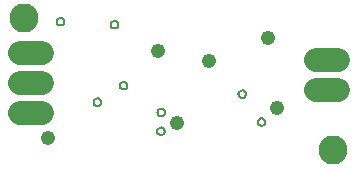
<source format=gbs>
G75*
G70*
%OFA0B0*%
%FSLAX24Y24*%
%IPPOS*%
%LPD*%
%AMOC8*
5,1,8,0,0,1.08239X$1,22.5*
%
%ADD10C,0.0970*%
%ADD11C,0.0789*%
%ADD12C,0.0050*%
%ADD13C,0.0476*%
D10*
X003860Y009458D03*
X014170Y005058D03*
D11*
X014334Y007058D02*
X013625Y007058D01*
X013625Y008058D02*
X014334Y008058D01*
X004464Y008308D02*
X003755Y008308D01*
X003755Y007308D02*
X004464Y007308D01*
X004464Y006308D02*
X003755Y006308D01*
D12*
X006195Y006668D02*
X006197Y006690D01*
X006203Y006711D01*
X006212Y006730D01*
X006224Y006748D01*
X006240Y006764D01*
X006257Y006776D01*
X006277Y006785D01*
X006298Y006791D01*
X006320Y006793D01*
X006342Y006791D01*
X006363Y006785D01*
X006382Y006776D01*
X006400Y006764D01*
X006416Y006748D01*
X006428Y006730D01*
X006437Y006711D01*
X006443Y006690D01*
X006445Y006668D01*
X006443Y006646D01*
X006437Y006625D01*
X006428Y006606D01*
X006416Y006588D01*
X006400Y006572D01*
X006383Y006560D01*
X006363Y006551D01*
X006342Y006545D01*
X006320Y006543D01*
X006298Y006545D01*
X006277Y006551D01*
X006257Y006560D01*
X006240Y006572D01*
X006224Y006588D01*
X006212Y006605D01*
X006203Y006625D01*
X006197Y006646D01*
X006195Y006668D01*
X007075Y007218D02*
X007077Y007240D01*
X007083Y007261D01*
X007092Y007280D01*
X007104Y007298D01*
X007120Y007314D01*
X007137Y007326D01*
X007157Y007335D01*
X007178Y007341D01*
X007200Y007343D01*
X007222Y007341D01*
X007243Y007335D01*
X007262Y007326D01*
X007280Y007314D01*
X007296Y007298D01*
X007308Y007280D01*
X007317Y007261D01*
X007323Y007240D01*
X007325Y007218D01*
X007323Y007196D01*
X007317Y007175D01*
X007308Y007156D01*
X007296Y007138D01*
X007280Y007122D01*
X007263Y007110D01*
X007243Y007101D01*
X007222Y007095D01*
X007200Y007093D01*
X007178Y007095D01*
X007157Y007101D01*
X007137Y007110D01*
X007120Y007122D01*
X007104Y007138D01*
X007092Y007155D01*
X007083Y007175D01*
X007077Y007196D01*
X007075Y007218D01*
X008325Y006328D02*
X008327Y006350D01*
X008333Y006371D01*
X008342Y006390D01*
X008354Y006408D01*
X008370Y006424D01*
X008387Y006436D01*
X008407Y006445D01*
X008428Y006451D01*
X008450Y006453D01*
X008472Y006451D01*
X008493Y006445D01*
X008512Y006436D01*
X008530Y006424D01*
X008546Y006408D01*
X008558Y006390D01*
X008567Y006371D01*
X008573Y006350D01*
X008575Y006328D01*
X008573Y006306D01*
X008567Y006285D01*
X008558Y006266D01*
X008546Y006248D01*
X008530Y006232D01*
X008513Y006220D01*
X008493Y006211D01*
X008472Y006205D01*
X008450Y006203D01*
X008428Y006205D01*
X008407Y006211D01*
X008387Y006220D01*
X008370Y006232D01*
X008354Y006248D01*
X008342Y006265D01*
X008333Y006285D01*
X008327Y006306D01*
X008325Y006328D01*
X008315Y005698D02*
X008317Y005720D01*
X008323Y005741D01*
X008332Y005760D01*
X008344Y005778D01*
X008360Y005794D01*
X008377Y005806D01*
X008397Y005815D01*
X008418Y005821D01*
X008440Y005823D01*
X008462Y005821D01*
X008483Y005815D01*
X008502Y005806D01*
X008520Y005794D01*
X008536Y005778D01*
X008548Y005760D01*
X008557Y005741D01*
X008563Y005720D01*
X008565Y005698D01*
X008563Y005676D01*
X008557Y005655D01*
X008548Y005636D01*
X008536Y005618D01*
X008520Y005602D01*
X008503Y005590D01*
X008483Y005581D01*
X008462Y005575D01*
X008440Y005573D01*
X008418Y005575D01*
X008397Y005581D01*
X008377Y005590D01*
X008360Y005602D01*
X008344Y005618D01*
X008332Y005635D01*
X008323Y005655D01*
X008317Y005676D01*
X008315Y005698D01*
X011025Y006938D02*
X011027Y006960D01*
X011033Y006981D01*
X011042Y007000D01*
X011054Y007018D01*
X011070Y007034D01*
X011087Y007046D01*
X011107Y007055D01*
X011128Y007061D01*
X011150Y007063D01*
X011172Y007061D01*
X011193Y007055D01*
X011212Y007046D01*
X011230Y007034D01*
X011246Y007018D01*
X011258Y007000D01*
X011267Y006981D01*
X011273Y006960D01*
X011275Y006938D01*
X011273Y006916D01*
X011267Y006895D01*
X011258Y006876D01*
X011246Y006858D01*
X011230Y006842D01*
X011213Y006830D01*
X011193Y006821D01*
X011172Y006815D01*
X011150Y006813D01*
X011128Y006815D01*
X011107Y006821D01*
X011087Y006830D01*
X011070Y006842D01*
X011054Y006858D01*
X011042Y006875D01*
X011033Y006895D01*
X011027Y006916D01*
X011025Y006938D01*
X011665Y006008D02*
X011667Y006030D01*
X011673Y006051D01*
X011682Y006070D01*
X011694Y006088D01*
X011710Y006104D01*
X011727Y006116D01*
X011747Y006125D01*
X011768Y006131D01*
X011790Y006133D01*
X011812Y006131D01*
X011833Y006125D01*
X011852Y006116D01*
X011870Y006104D01*
X011886Y006088D01*
X011898Y006070D01*
X011907Y006051D01*
X011913Y006030D01*
X011915Y006008D01*
X011913Y005986D01*
X011907Y005965D01*
X011898Y005946D01*
X011886Y005928D01*
X011870Y005912D01*
X011853Y005900D01*
X011833Y005891D01*
X011812Y005885D01*
X011790Y005883D01*
X011768Y005885D01*
X011747Y005891D01*
X011727Y005900D01*
X011710Y005912D01*
X011694Y005928D01*
X011682Y005945D01*
X011673Y005965D01*
X011667Y005986D01*
X011665Y006008D01*
X006775Y009248D02*
X006777Y009270D01*
X006783Y009291D01*
X006792Y009310D01*
X006804Y009328D01*
X006820Y009344D01*
X006837Y009356D01*
X006857Y009365D01*
X006878Y009371D01*
X006900Y009373D01*
X006922Y009371D01*
X006943Y009365D01*
X006962Y009356D01*
X006980Y009344D01*
X006996Y009328D01*
X007008Y009310D01*
X007017Y009291D01*
X007023Y009270D01*
X007025Y009248D01*
X007023Y009226D01*
X007017Y009205D01*
X007008Y009186D01*
X006996Y009168D01*
X006980Y009152D01*
X006963Y009140D01*
X006943Y009131D01*
X006922Y009125D01*
X006900Y009123D01*
X006878Y009125D01*
X006857Y009131D01*
X006837Y009140D01*
X006820Y009152D01*
X006804Y009168D01*
X006792Y009185D01*
X006783Y009205D01*
X006777Y009226D01*
X006775Y009248D01*
X004965Y009348D02*
X004967Y009370D01*
X004973Y009391D01*
X004982Y009410D01*
X004994Y009428D01*
X005010Y009444D01*
X005027Y009456D01*
X005047Y009465D01*
X005068Y009471D01*
X005090Y009473D01*
X005112Y009471D01*
X005133Y009465D01*
X005152Y009456D01*
X005170Y009444D01*
X005186Y009428D01*
X005198Y009410D01*
X005207Y009391D01*
X005213Y009370D01*
X005215Y009348D01*
X005213Y009326D01*
X005207Y009305D01*
X005198Y009286D01*
X005186Y009268D01*
X005170Y009252D01*
X005153Y009240D01*
X005133Y009231D01*
X005112Y009225D01*
X005090Y009223D01*
X005068Y009225D01*
X005047Y009231D01*
X005027Y009240D01*
X005010Y009252D01*
X004994Y009268D01*
X004982Y009285D01*
X004973Y009305D01*
X004967Y009326D01*
X004965Y009348D01*
D13*
X004680Y005458D03*
X008980Y005958D03*
X010040Y008028D03*
X008340Y008358D03*
X012000Y008818D03*
X012300Y006478D03*
M02*

</source>
